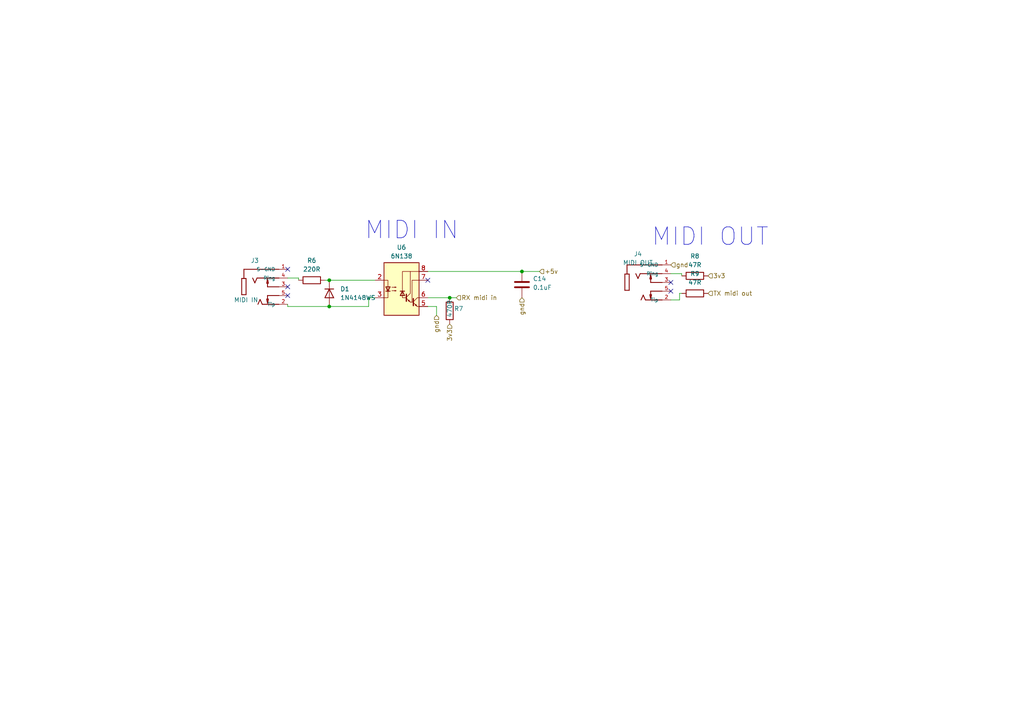
<source format=kicad_sch>
(kicad_sch (version 20211123) (generator eeschema)
  (paper "A4")
  (lib_symbols
    (symbol "Device:C" (pin_numbers hide) (pin_names (offset 0.254))
      (property "Reference" "C" (at 0.635 2.54 0))
      (property "Value" "C" (at 0.635 -2.54 0))
      (symbol "C_0_1"
        (polyline (pts (xy -2.032 -0.762) (xy 2.032 -0.762)) (stroke (width 0.508)))
        (polyline (pts (xy -2.032 0.762) (xy 2.032 0.762)) (stroke (width 0.508)))
      )
      (symbol "C_1_1"
        (pin passive line (at 0 3.81 270) (length 2.794) (name "~") (number "1"))
        (pin passive line (at 0 -3.81 90) (length 2.794) (name "~") (number "2"))
      )
    )
    (symbol "Device:D" (pin_numbers hide) (pin_names (offset 1.016) hide)
      (property "Reference" "D" (at 0 2.54 0))
      (property "Value" "D" (at 0 -2.54 0))
      (symbol "D_0_1"
        (polyline (pts (xy -1.27 1.27) (xy -1.27 -1.27)) (stroke (width 0.254)))
        (polyline (pts (xy 1.27 0) (xy -1.27 0)))
        (polyline (pts (xy 1.27 1.27) (xy 1.27 -1.27) (xy -1.27 0) (xy 1.27 1.27)) (stroke (width 0.254)))
      )
      (symbol "D_1_1"
        (pin passive line (at -3.81 0 0) (length 2.54) (name "K") (number "1"))
        (pin passive line (at 3.81 0 180) (length 2.54) (name "A") (number "2"))
      )
    )
    (symbol "Device:R" (pin_numbers hide) (pin_names (offset 0))
      (property "Reference" "R" (at 2.032 0 90))
      (property "Value" "R" (at 0 0 90))
      (symbol "R_0_1"
        (rectangle (start -1.016 -2.54) (end 1.016 2.54) (stroke (width 0.254)))
      )
      (symbol "R_1_1"
        (pin passive line (at 0 3.81 270) (length 1.27) (name "~") (number "1"))
        (pin passive line (at 0 -3.81 90) (length 1.27) (name "~") (number "2"))
      )
    )
    (symbol "Isolator:6N138" (pin_names (offset 1.016) hide)
      (property "Reference" "U" (at -4.064 8.89 0))
      (property "Value" "6N138" (at 2.286 8.89 0))
      (symbol "6N138_0_1"
        (rectangle (start -5.08 7.62) (end 5.08 -7.62) (stroke (width 0.254)) (fill (type background)))
        (polyline (pts (xy -4.572 -0.635) (xy -3.302 -0.635)) (stroke (width 0.254)))
        (polyline (pts (xy 0.889 -0.635) (xy -0.381 -0.635)) (stroke (width 0.254)))
        (polyline (pts (xy 1.397 -2.667) (xy 2.54 -3.81)))
        (polyline (pts (xy 1.397 -2.413) (xy 2.54 -1.27)))
        (polyline (pts (xy 2.54 -3.81) (xy 3.175 -3.81)))
        (polyline (pts (xy 3.429 -3.937) (xy 4.572 -5.08)))
        (polyline (pts (xy 3.429 -3.683) (xy 4.572 -2.54)))
        (polyline (pts (xy 4.572 -5.08) (xy 5.08 -5.08)))
        (polyline (pts (xy 4.572 -2.54) (xy 5.08 -2.54)))
        (polyline (pts (xy 1.397 -1.524) (xy 1.397 -3.556) (xy 1.397 -3.556)) (stroke (width 0.3556)))
        (polyline (pts (xy 2.54 -1.27) (xy 2.54 5.08) (xy 5.08 5.08)))
        (polyline (pts (xy 3.429 -2.794) (xy 3.429 -4.826) (xy 3.429 -4.826)) (stroke (width 0.3556)))
        (polyline (pts (xy 5.08 2.54) (xy 3.048 2.54) (xy 3.048 -3.81)))
        (polyline (pts (xy -5.08 -2.54) (xy -3.937 -2.54) (xy -3.937 2.54) (xy -5.08 2.54)))
        (polyline (pts (xy -3.937 -0.635) (xy -4.572 0.635) (xy -3.302 0.635) (xy -3.937 -0.635)) (stroke (width 0.254)))
        (polyline (pts (xy 0.254 -0.635) (xy 0.889 -1.905) (xy -0.381 -1.905) (xy 0.254 -0.635)) (stroke (width 0.254)))
        (polyline (pts (xy 1.27 -2.54) (xy 0.254 -2.54) (xy 0.254 5.08) (xy 2.54 5.08)))
        (polyline (pts (xy 2.413 -3.683) (xy 2.159 -3.175) (xy 1.905 -3.429) (xy 2.413 -3.683)))
        (polyline (pts (xy 4.445 -4.953) (xy 4.191 -4.445) (xy 3.937 -4.699) (xy 4.445 -4.953)))
        (polyline (pts (xy -2.794 -0.508) (xy -1.524 -0.508) (xy -1.905 -0.635) (xy -1.905 -0.381) (xy -1.524 -0.508)))
        (polyline (pts (xy -2.794 0.508) (xy -1.524 0.508) (xy -1.905 0.381) (xy -1.905 0.635) (xy -1.524 0.508)))
      )
      (symbol "6N138_1_1"
        (pin no_connect line (at -5.08 5.08 0) (length 2.54) hide (name "NC") (number "1"))
        (pin passive line (at -7.62 2.54 0) (length 2.54) (name "C1") (number "2"))
        (pin passive line (at -7.62 -2.54 0) (length 2.54) (name "C2") (number "3"))
        (pin no_connect line (at -5.08 -5.08 0) (length 2.54) hide (name "NC") (number "4"))
        (pin passive line (at 7.62 -5.08 180) (length 2.54) (name "GND") (number "5"))
        (pin passive line (at 7.62 -2.54 180) (length 2.54) (name "VO2") (number "6"))
        (pin passive line (at 7.62 2.54 180) (length 2.54) (name "VO1") (number "7"))
        (pin passive line (at 7.62 5.08 180) (length 2.54) (name "VCC") (number "8"))
      )
    )
    (symbol "clarinoid2:Switchcraft 35RAPC4BV4" (pin_names (offset 1.016))
      (property "Reference" "J" (at -5.08 7.62 0))
      (property "Value" "Switchcraft 35RAPC4BV4" (at -5.08 -7.62 0))
      (symbol "Switchcraft 35RAPC4BV4_0_0"
        (polyline (pts (xy -5.715 -2.286) (xy -5.715 2.413)) (stroke (width 0.254)))
        (polyline (pts (xy -5.715 2.413) (xy -5.08 2.413)) (stroke (width 0.254)))
        (polyline (pts (xy -5.08 2.413) (xy -4.445 2.413)) (stroke (width 0.254)))
        (polyline (pts (xy -5.08 5.08) (xy -5.08 2.413)) (stroke (width 0.254)))
        (polyline (pts (xy -4.445 -2.286) (xy -5.715 -2.286)) (stroke (width 0.254)))
        (polyline (pts (xy -4.445 2.413) (xy -4.445 -2.286)) (stroke (width 0.254)))
        (polyline (pts (xy -1.905 1.143) (xy -2.54 2.54)) (stroke (width 0.254)))
        (polyline (pts (xy -1.27 2.54) (xy -1.905 1.143)) (stroke (width 0.254)))
        (polyline (pts (xy -0.381 -3.683) (xy -1.016 -5.08)) (stroke (width 0.254)))
        (polyline (pts (xy 0.254 -5.08) (xy -0.381 -3.683)) (stroke (width 0.254)))
        (polyline (pts (xy 1.778 -2.54) (xy 1.778 -4.318)) (stroke (width 0.254)))
        (polyline (pts (xy 1.778 -2.54) (xy 5.08 -2.54)) (stroke (width 0.254)))
        (polyline (pts (xy 1.778 0) (xy 1.778 1.778)) (stroke (width 0.254)))
        (polyline (pts (xy 1.778 0) (xy 5.08 0)) (stroke (width 0.254)))
        (polyline (pts (xy 5.08 -5.08) (xy 0.254 -5.08)) (stroke (width 0.254)))
        (polyline (pts (xy 5.08 2.54) (xy -1.27 2.54)) (stroke (width 0.254)))
        (polyline (pts (xy 5.08 5.08) (xy -5.08 5.08)) (stroke (width 0.254)))
        (polyline (pts (xy 1.778 -4.826) (xy 1.524 -3.556) (xy 2.032 -3.556) (xy 1.778 -4.826)) (stroke (width 0.254)) (fill (type background)))
        (polyline (pts (xy 1.778 2.286) (xy 1.524 1.016) (xy 2.032 1.016) (xy 1.778 2.286)) (stroke (width 0.254)) (fill (type background)))
        (pin passive line (at 7.62 5.08 180) (length 2.54) (name "S-GND") (number "1"))
        (pin passive line (at 7.62 -5.08 180) (length 2.54) (name "Tip") (number "2"))
        (pin passive line (at 7.62 0 180) (length 2.54) (name "~") (number "3"))
        (pin passive line (at 7.62 2.54 180) (length 2.54) (name "Ring") (number "4"))
        (pin passive line (at 7.62 -2.54 180) (length 2.54) (name "~") (number "5"))
      )
    )
  )
  (junction (at 95.504 81.28))
  (junction (at 151.384 78.74))
  (junction (at 95.504 88.9))
  (junction (at 130.429 86.36))
  (no_connect (at 83.439 85.725))
  (no_connect (at 194.564 84.455))
  (no_connect (at 83.439 78.105))
  (no_connect (at 83.439 83.185))
  (no_connect (at 194.564 81.915))
  (no_connect (at 124.079 81.28))
  (wire (pts (xy 151.384 78.74) (xy 156.464 78.74)))
  (wire (pts (xy 106.934 86.36) (xy 108.839 86.36)))
  (wire (pts (xy 95.504 81.28) (xy 108.839 81.28)))
  (wire (pts (xy 197.739 85.09) (xy 197.104 85.09)))
  (wire (pts (xy 194.564 79.375) (xy 197.739 79.375)))
  (wire (pts (xy 197.104 85.09) (xy 197.104 86.995)))
  (wire (pts (xy 83.439 80.645) (xy 86.614 80.645)))
  (wire (pts (xy 197.739 79.375) (xy 197.739 80.01)))
  (wire (pts (xy 126.619 88.9) (xy 126.619 91.44)))
  (wire (pts (xy 95.504 88.9) (xy 83.439 88.9)))
  (wire (pts (xy 124.079 86.36) (xy 130.429 86.36)))
  (wire (pts (xy 130.429 86.36) (xy 132.334 86.36)))
  (wire (pts (xy 124.079 88.9) (xy 126.619 88.9)))
  (wire (pts (xy 83.439 88.9) (xy 83.439 88.265)))
  (wire (pts (xy 106.934 88.9) (xy 106.934 86.36)))
  (wire (pts (xy 197.104 86.995) (xy 194.564 86.995)))
  (wire (pts (xy 94.234 81.28) (xy 95.504 81.28)))
  (wire (pts (xy 124.079 78.74) (xy 151.384 78.74)))
  (wire (pts (xy 86.614 80.645) (xy 86.614 81.28)))
  (wire (pts (xy 95.504 88.9) (xy 106.934 88.9)))
  (text "MIDI IN" (at 105.664 69.85 0) (effects (font (size 5.08 5.08)) (justify left bottom)))
  (text "MIDI OUT" (at 188.849 71.755 0) (effects (font (size 5.08 5.08)) (justify left bottom)))
  (hierarchical_label "gnd" (shape input) (at 126.619 91.44 270))
  (hierarchical_label "3v3" (shape input) (at 205.359 80.01 0))
  (hierarchical_label "gnd" (shape input) (at 151.384 86.36 270))
  (hierarchical_label "3v3" (shape input) (at 130.429 93.98 270))
  (hierarchical_label "TX midi out" (shape input) (at 205.359 85.09 0))
  (hierarchical_label "RX midi in" (shape input) (at 132.334 86.36 0))
  (hierarchical_label "+5v" (shape input) (at 156.464 78.74 0))
  (hierarchical_label "gnd" (shape input) (at 194.564 76.835 0))
  (symbol (lib_id "clarinoid2:Switchcraft 35RAPC4BV4") (at 75.819 83.185 0) (unit 1) (in_bom no)
    (property "Reference" "J3" (at 73.914 75.565 0))
    (property "Value" "MIDI IN" (at 71.374 86.995 0))
    (property "Footprint" "clarinoid2:SWITCHCRAFT_35RAPC4BV4_OvalHoles" (effects hide))
    (property "LCSC part number" "-" (effects hide))
    (property "STANDARD" "Manufacturer Recommendations" (effects hide))
    (property "PARTREV" "G" (effects hide))
    (property "MAXIMUM_PACKAGE_HIEGHT" "12.573mm" (effects hide))
    (property "MANUFACTURER" "Switchcraft Inc." (effects hide))
    (property "verif" "1" (effects hide))
  )
  (symbol (lib_id "Device:C") (at 151.384 82.55 0) (unit 1)
    (property "Reference" "C14" (at 154.559 80.8481 0) (effects (justify left)))
    (property "Value" "0.1uF" (at 154.559 83.3881 0) (effects (justify left)))
    (property "Footprint" "Capacitor_SMD:C_0402_1005Metric" (effects hide))
    (property "LCSC part number" "C1525" (effects hide))
    (property "verif" "1" (effects hide))
  )
  (symbol (lib_id "Device:D") (at 95.504 85.09 270) (unit 1)
    (property "Reference" "D1" (at 98.679 83.8199 90) (effects (justify left)))
    (property "Value" "1N4148WS" (at 98.679 86.3599 90) (effects (justify left)))
    (property "Footprint" "Diode_SMD:D_SOD-323" (effects hide))
    (property "LCSC part number" "C2128" (effects hide))
    (property "verif" "1" (effects hide))
  )
  (symbol (lib_id "Device:R") (at 130.429 90.17 180) (unit 1)
    (property "Reference" "R7" (at 131.699 89.535 0) (effects (justify right)))
    (property "Value" "470R" (at 130.429 92.075 90) (effects (justify right)))
    (property "Footprint" "Resistor_SMD:R_0805_2012Metric" (effects hide))
    (property "LCSC part number" "C17710" (effects hide))
    (property "verif" "1" (effects hide))
  )
  (symbol (lib_id "Device:R") (at 201.549 80.01 90) (unit 1)
    (property "Reference" "R8" (at 201.549 74.295 90))
    (property "Value" "47R" (at 201.549 76.835 90))
    (property "Footprint" "Resistor_SMD:R_0805_2012Metric" (effects hide))
    (property "LCSC part number" "C17714" (effects hide))
    (property "verif" "1" (effects hide))
  )
  (symbol (lib_id "Device:R") (at 201.549 85.09 90) (unit 1)
    (property "Reference" "R9" (at 201.549 79.375 90))
    (property "Value" "47R" (at 201.549 81.915 90))
    (property "Footprint" "Resistor_SMD:R_0805_2012Metric" (effects hide))
    (property "LCSC part number" "C17714" (effects hide))
    (property "verif" "1" (effects hide))
  )
  (symbol (lib_id "clarinoid2:Switchcraft 35RAPC4BV4") (at 186.944 81.915 0) (unit 1) (in_bom no)
    (property "Reference" "J4" (at 185.039 73.66 0))
    (property "Value" "MIDI OUT" (at 185.039 76.2 0))
    (property "Footprint" "clarinoid2:SWITCHCRAFT_35RAPC4BV4_OvalHoles" (effects hide))
    (property "LCSC part number" "-" (effects hide))
    (property "STANDARD" "Manufacturer Recommendations" (effects hide))
    (property "PARTREV" "G" (effects hide))
    (property "MAXIMUM_PACKAGE_HIEGHT" "12.573mm" (effects hide))
    (property "MANUFACTURER" "Switchcraft Inc." (effects hide))
    (property "verif" "1" (effects hide))
  )
  (symbol (lib_id "Device:R") (at 90.424 81.28 90) (unit 1)
    (property "Reference" "R6" (at 90.424 75.565 90))
    (property "Value" "220R" (at 90.424 78.105 90))
    (property "Footprint" "Resistor_SMD:R_0805_2012Metric" (effects hide))
    (property "LCSC part number" "C17557" (effects hide))
    (property "verif" "1" (effects hide))
  )
  (symbol (lib_id "Isolator:6N138") (at 116.459 83.82 0) (unit 1)
    (property "Reference" "U6" (at 116.459 71.755 0))
    (property "Value" "6N138" (at 116.459 74.295 0))
    (property "Footprint" "Package_DIP:DIP-8_W7.62mm" (effects hide))
    (property "Datasheet" "http://www.onsemi.com/pub/Collateral/HCPL2731-D.pdf" (effects hide))
    (property "LCSC part number" "C571211" (effects hide))
    (property "verif" "1" (effects hide))
  )
)
</source>
